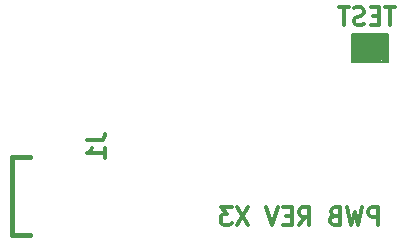
<source format=gbo>
G04 #@! TF.FileFunction,Legend,Bot*
%FSLAX46Y46*%
G04 Gerber Fmt 4.6, Leading zero omitted, Abs format (unit mm)*
G04 Created by KiCad (PCBNEW 4.0.1-stable) date 7/28/2016 7:21:10 PM*
%MOMM*%
G01*
G04 APERTURE LIST*
%ADD10C,0.150000*%
%ADD11C,0.300000*%
%ADD12C,0.200000*%
%ADD13C,0.381000*%
%ADD14C,0.304800*%
G04 APERTURE END LIST*
D10*
D11*
X168840857Y-80306571D02*
X167983714Y-80306571D01*
X168412285Y-81806571D02*
X168412285Y-80306571D01*
X167483714Y-81020857D02*
X166983714Y-81020857D01*
X166769428Y-81806571D02*
X167483714Y-81806571D01*
X167483714Y-80306571D01*
X166769428Y-80306571D01*
X166198000Y-81735143D02*
X165983714Y-81806571D01*
X165626571Y-81806571D01*
X165483714Y-81735143D01*
X165412285Y-81663714D01*
X165340857Y-81520857D01*
X165340857Y-81378000D01*
X165412285Y-81235143D01*
X165483714Y-81163714D01*
X165626571Y-81092286D01*
X165912285Y-81020857D01*
X166055143Y-80949429D01*
X166126571Y-80878000D01*
X166198000Y-80735143D01*
X166198000Y-80592286D01*
X166126571Y-80449429D01*
X166055143Y-80378000D01*
X165912285Y-80306571D01*
X165555143Y-80306571D01*
X165340857Y-80378000D01*
X164912286Y-80306571D02*
X164055143Y-80306571D01*
X164483714Y-81806571D02*
X164483714Y-80306571D01*
D12*
X168099000Y-82652000D02*
X167972000Y-82779000D01*
X168099000Y-84811000D02*
X168099000Y-82652000D01*
X167972000Y-84811000D02*
X168099000Y-84811000D01*
X167972000Y-82525000D02*
X167972000Y-84811000D01*
X167718000Y-82525000D02*
X167972000Y-82525000D01*
X167718000Y-84684000D02*
X167718000Y-82525000D01*
X167845000Y-84811000D02*
X167718000Y-84684000D01*
X167845000Y-82525000D02*
X167845000Y-84811000D01*
X167591000Y-82525000D02*
X167845000Y-82525000D01*
X167591000Y-84811000D02*
X167591000Y-82525000D01*
X167464000Y-84938000D02*
X167591000Y-84811000D01*
X167464000Y-82652000D02*
X167464000Y-84938000D01*
X167337000Y-82525000D02*
X167464000Y-82652000D01*
X167337000Y-84811000D02*
X167337000Y-82525000D01*
X167210000Y-84811000D02*
X167337000Y-84811000D01*
X167210000Y-82525000D02*
X167210000Y-84811000D01*
X167083000Y-82525000D02*
X167210000Y-82525000D01*
X167083000Y-84811000D02*
X167083000Y-82525000D01*
X166956000Y-84811000D02*
X167083000Y-84811000D01*
X166956000Y-82525000D02*
X166956000Y-84811000D01*
X166829000Y-82525000D02*
X166956000Y-82525000D01*
X167083000Y-82525000D02*
X166829000Y-82525000D01*
X166829000Y-82525000D02*
X167083000Y-82525000D01*
X166829000Y-84811000D02*
X166829000Y-82525000D01*
X166702000Y-84811000D02*
X166829000Y-84811000D01*
X166702000Y-82525000D02*
X166702000Y-84811000D01*
X166575000Y-82525000D02*
X166702000Y-82525000D01*
X166575000Y-84811000D02*
X166575000Y-82525000D01*
X166448000Y-84938000D02*
X166575000Y-84811000D01*
X166448000Y-82525000D02*
X166448000Y-84938000D01*
X166321000Y-82525000D02*
X166448000Y-82525000D01*
X166321000Y-84811000D02*
X166321000Y-82525000D01*
X166194000Y-84811000D02*
X166321000Y-84811000D01*
X166194000Y-82525000D02*
X166194000Y-84811000D01*
X166067000Y-82525000D02*
X166194000Y-82525000D01*
X166067000Y-84938000D02*
X166067000Y-82525000D01*
X166067000Y-82525000D02*
X166067000Y-84938000D01*
X165940000Y-82525000D02*
X166067000Y-82525000D01*
X165940000Y-84811000D02*
X165940000Y-82525000D01*
X166067000Y-84811000D02*
X165940000Y-84811000D01*
X165813000Y-84811000D02*
X166067000Y-84811000D01*
X165813000Y-82525000D02*
X165813000Y-84811000D01*
X165686000Y-82525000D02*
X165813000Y-82525000D01*
X165686000Y-84938000D02*
X165686000Y-82525000D01*
X165559000Y-84811000D02*
X165686000Y-84938000D01*
X165559000Y-82525000D02*
X165559000Y-84811000D01*
X165432000Y-82525000D02*
X165559000Y-82525000D01*
X165432000Y-84811000D02*
X165432000Y-82525000D01*
X165305000Y-84938000D02*
X165432000Y-84811000D01*
X165305000Y-82525000D02*
X165305000Y-84938000D01*
X165178000Y-82525000D02*
X165305000Y-82525000D01*
X165178000Y-84938000D02*
X165178000Y-82525000D01*
X165432000Y-84938000D02*
X165178000Y-84938000D01*
X165178000Y-84938000D02*
X165432000Y-84938000D01*
X165178000Y-84684000D02*
X165178000Y-84938000D01*
X165432000Y-84938000D02*
X165178000Y-84684000D01*
X168226000Y-84938000D02*
X165432000Y-84938000D01*
X168226000Y-82525000D02*
X168226000Y-84938000D01*
X165178000Y-82525000D02*
X168226000Y-82525000D01*
D11*
X167424856Y-98722571D02*
X167424856Y-97222571D01*
X166853428Y-97222571D01*
X166710570Y-97294000D01*
X166639142Y-97365429D01*
X166567713Y-97508286D01*
X166567713Y-97722571D01*
X166639142Y-97865429D01*
X166710570Y-97936857D01*
X166853428Y-98008286D01*
X167424856Y-98008286D01*
X166067713Y-97222571D02*
X165710570Y-98722571D01*
X165424856Y-97651143D01*
X165139142Y-98722571D01*
X164781999Y-97222571D01*
X163710570Y-97936857D02*
X163496284Y-98008286D01*
X163424856Y-98079714D01*
X163353427Y-98222571D01*
X163353427Y-98436857D01*
X163424856Y-98579714D01*
X163496284Y-98651143D01*
X163639142Y-98722571D01*
X164210570Y-98722571D01*
X164210570Y-97222571D01*
X163710570Y-97222571D01*
X163567713Y-97294000D01*
X163496284Y-97365429D01*
X163424856Y-97508286D01*
X163424856Y-97651143D01*
X163496284Y-97794000D01*
X163567713Y-97865429D01*
X163710570Y-97936857D01*
X164210570Y-97936857D01*
X160710570Y-98722571D02*
X161210570Y-98008286D01*
X161567713Y-98722571D02*
X161567713Y-97222571D01*
X160996285Y-97222571D01*
X160853427Y-97294000D01*
X160781999Y-97365429D01*
X160710570Y-97508286D01*
X160710570Y-97722571D01*
X160781999Y-97865429D01*
X160853427Y-97936857D01*
X160996285Y-98008286D01*
X161567713Y-98008286D01*
X160067713Y-97936857D02*
X159567713Y-97936857D01*
X159353427Y-98722571D02*
X160067713Y-98722571D01*
X160067713Y-97222571D01*
X159353427Y-97222571D01*
X158924856Y-97222571D02*
X158424856Y-98722571D01*
X157924856Y-97222571D01*
X156424856Y-97222571D02*
X155424856Y-98722571D01*
X155424856Y-97222571D02*
X156424856Y-98722571D01*
X154996285Y-97222571D02*
X154067714Y-97222571D01*
X154567714Y-97794000D01*
X154353428Y-97794000D01*
X154210571Y-97865429D01*
X154139142Y-97936857D01*
X154067714Y-98079714D01*
X154067714Y-98436857D01*
X154139142Y-98579714D01*
X154210571Y-98651143D01*
X154353428Y-98722571D01*
X154782000Y-98722571D01*
X154924857Y-98651143D01*
X154996285Y-98579714D01*
D13*
X136398000Y-99565460D02*
X137899140Y-99565460D01*
X136398000Y-92966540D02*
X137899140Y-92966540D01*
X136398000Y-99565460D02*
X136398000Y-92966540D01*
D14*
X142764329Y-91556840D02*
X143852900Y-91556840D01*
X144070614Y-91484268D01*
X144215757Y-91339125D01*
X144288329Y-91121411D01*
X144288329Y-90976268D01*
X144288329Y-93080840D02*
X144288329Y-92209983D01*
X144288329Y-92645411D02*
X142764329Y-92645411D01*
X142982043Y-92500268D01*
X143127186Y-92355126D01*
X143199757Y-92209983D01*
M02*

</source>
